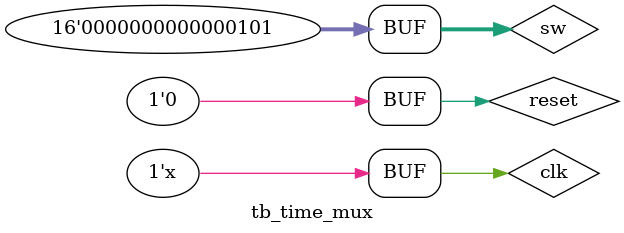
<source format=v>
`timescale 1ns / 1ps


module tb_time_mux;

reg clk;
reg reset;
reg [15:0] sw;
wire [3:0] an;
wire [6:0] sseg;

time_multiplexing_main ui(
.clk(clk),
.reset(reset),
.sw(sw),
.an(an),
.sseg(sseg)
);

initial begin

clk = 0;
reset = 1;
sw= 16'h000;

#10 
reset = 0;
sw = 16'h0001;

#10 
sw = 16'h1234;

#10 
sw = 16'h3210;
reset = 1;

#10 
reset = 0;
sw = 16'h0004;

#10 
sw = 16'h0005;

end

always 
#5 clk = ~clk;


endmodule

</source>
